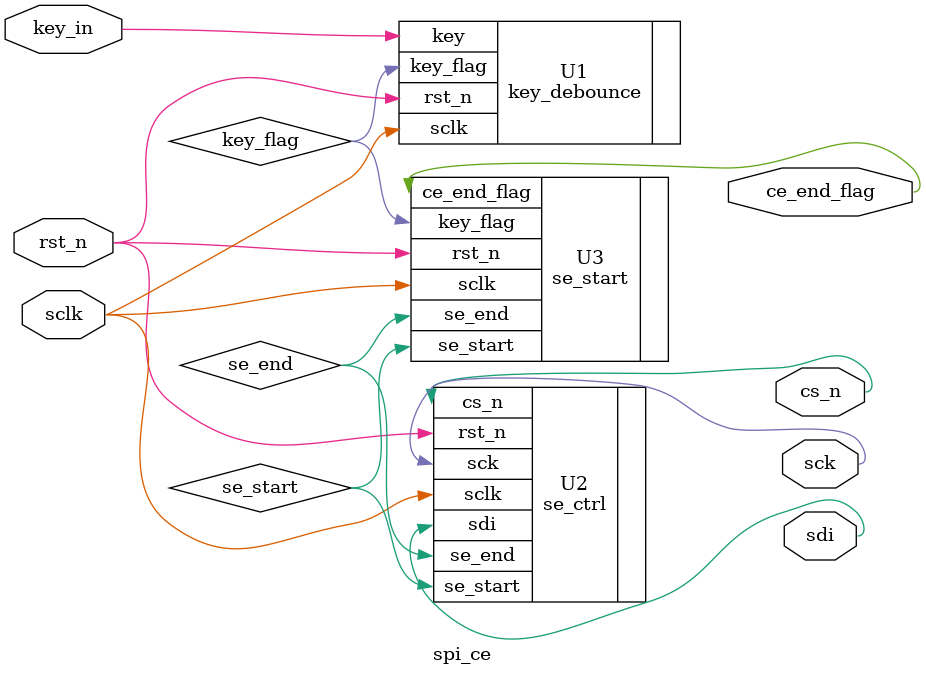
<source format=v>
module	spi_ce(
		input		wire			sclk	,
		input		wire			rst_n	,
		input		wire			key_in,
		//input		wire			key_flag,
		output	wire			cs_n	,
		output	wire			sck		,
		output	wire			ce_end_flag,
		output	wire			sdi		
);

wire	key_flag;
wire	se_end	;
wire	se_start;

key_debounce	U1(
.rst_n	(rst_n),
.sclk		(sclk	),
.key		(key_in	),
.key_flag   (key_flag )

);
						
//se_ctrlÀý»¯
se_ctrl	U2(
.sclk			(sclk			),
.rst_n		(rst_n		)	,
.se_start	(se_start	),
.se_end		(se_end		),
.cs_n			(cs_n			),
.sck			(sck			)	,
.sdi      (sdi      )
);

se_start	U3(
.sclk					(sclk				),
.rst_n				(rst_n			),
.se_end				(se_end			),
.key_flag			(key_flag		),
.ce_end_flag	(ce_end_flag),
.se_start			(se_start		)
		
);

endmodule
</source>
